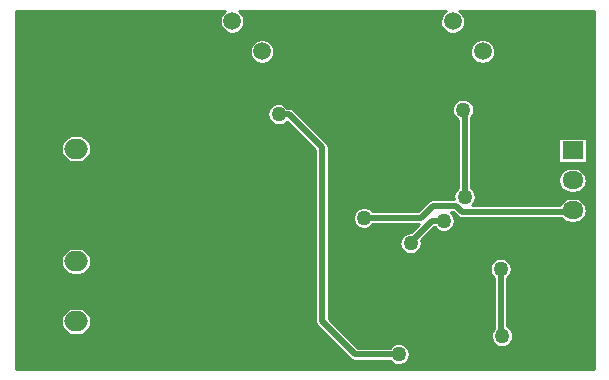
<source format=gbl>
%FSLAX25Y25*%
%MOIN*%
G70*
G01*
G75*
%ADD10C,0.01000*%
%ADD11R,0.06693X0.03937*%
%ADD12O,0.08661X0.02362*%
%ADD13R,0.13465X0.04921*%
%ADD14R,0.08661X0.02362*%
%ADD15R,0.01969X0.07087*%
%ADD16O,0.07087X0.11811*%
%ADD17R,0.01969X0.04724*%
%ADD18R,0.06693X0.09843*%
%ADD19R,0.08000X0.06693*%
%ADD20R,0.03937X0.06693*%
%ADD21R,0.05118X0.03937*%
%ADD22R,0.03150X0.03543*%
%ADD23R,0.03543X0.03150*%
%ADD24C,0.04000*%
%ADD25C,0.02000*%
%ADD26C,0.01500*%
%ADD27O,0.07874X0.06693*%
%ADD28C,0.05906*%
%ADD29O,0.07087X0.05906*%
%ADD30R,0.07087X0.05906*%
%ADD31C,0.05000*%
D10*
X940247Y774428D02*
X939235Y774314D01*
X938274Y773977D01*
X937412Y773436D01*
X936692Y772716D01*
X936150Y771854D01*
X935814Y770893D01*
X935700Y769881D01*
X935814Y768869D01*
X936150Y767908D01*
X936692Y767046D01*
X937412Y766327D01*
X938274Y765785D01*
X939235Y765449D01*
X940247Y765335D01*
Y794428D02*
X939235Y794314D01*
X938274Y793977D01*
X937412Y793436D01*
X936692Y792716D01*
X936150Y791854D01*
X935814Y790893D01*
X935700Y789881D01*
X935814Y788869D01*
X936150Y787909D01*
X936692Y787046D01*
X937412Y786327D01*
X938274Y785785D01*
X939235Y785449D01*
X940247Y785335D01*
X941428Y765335D02*
X942439Y765449D01*
X943400Y765785D01*
X944263Y766327D01*
X944982Y767046D01*
X945524Y767908D01*
X945860Y768869D01*
X945974Y769881D01*
X945860Y770893D01*
X945524Y771854D01*
X944982Y772716D01*
X944263Y773436D01*
X943400Y773977D01*
X942439Y774314D01*
X941428Y774428D01*
Y785335D02*
X942439Y785449D01*
X943400Y785785D01*
X944263Y786327D01*
X944982Y787046D01*
X945524Y787909D01*
X945860Y788869D01*
X945974Y789881D01*
X945860Y790893D01*
X945524Y791854D01*
X944982Y792716D01*
X944263Y793436D01*
X943400Y793977D01*
X942439Y794314D01*
X941428Y794428D01*
X1020637Y769881D02*
X1020805Y769039D01*
X1021282Y768326D01*
X1020637Y769881D02*
X1020806Y769037D01*
X1021286Y768322D01*
X940247Y831928D02*
X939235Y831814D01*
X938274Y831477D01*
X937412Y830936D01*
X936692Y830216D01*
X936150Y829354D01*
X935814Y828393D01*
X935700Y827381D01*
X935814Y826369D01*
X936150Y825408D01*
X936692Y824546D01*
X937412Y823827D01*
X938274Y823285D01*
X939235Y822949D01*
X940247Y822835D01*
X941428D02*
X942439Y822949D01*
X943400Y823285D01*
X944263Y823827D01*
X944982Y824546D01*
X945524Y825408D01*
X945860Y826369D01*
X945974Y827381D01*
X945860Y828393D01*
X945524Y829354D01*
X944982Y830216D01*
X944263Y830936D01*
X943400Y831477D01*
X942439Y831814D01*
X941428Y831928D01*
X1011312Y841081D02*
X1010605Y841804D01*
X1009729Y842309D01*
X1008749Y842558D01*
X1007738Y842532D01*
X1006772Y842233D01*
X1005922Y841684D01*
X1005254Y840926D01*
X1004815Y840014D01*
X1004640Y839019D01*
X1004741Y838012D01*
X1005110Y837071D01*
X1005721Y836265D01*
X1006527Y835654D01*
X1007469Y835285D01*
X1008475Y835184D01*
X1009471Y835359D01*
X1010382Y835798D01*
X1011141Y836466D01*
X1013393Y840437D02*
X1012679Y840914D01*
X1011837Y841081D01*
X1013397Y840433D02*
X1012682Y840913D01*
X1011837Y841081D01*
X990602Y873381D02*
X989824Y872738D01*
X989223Y871926D01*
X988836Y870994D01*
X988686Y869995D01*
X988781Y868990D01*
X989116Y868037D01*
X989672Y867194D01*
X990414Y866509D01*
X991299Y866024D01*
X992276Y865767D01*
X993286Y865753D01*
X994269Y865983D01*
X995167Y866444D01*
X995928Y867108D01*
X996506Y867936D01*
X996867Y868879D01*
X996990Y869881D01*
Y869881D02*
X996860Y870911D01*
X996479Y871877D01*
X995870Y872717D01*
X995072Y873381D01*
X1006990Y859881D02*
X1006869Y860875D01*
X1006514Y861811D01*
X1005946Y862635D01*
X1005196Y863299D01*
X1004310Y863764D01*
X1003338Y864004D01*
X1002337D01*
X1001365Y863764D01*
X1000478Y863299D01*
X999729Y862635D01*
X999160Y861811D01*
X998805Y860875D01*
X998685Y859881D01*
X998805Y858887D01*
X999160Y857951D01*
X999729Y857127D01*
X1000478Y856464D01*
X1001365Y855998D01*
X1002337Y855759D01*
X1003338D01*
X1004310Y855998D01*
X1005196Y856464D01*
X1005946Y857127D01*
X1006514Y857951D01*
X1006869Y858887D01*
X1006990Y859881D01*
X1025037Y827881D02*
X1024869Y828726D01*
X1024389Y829441D01*
X1025037Y827881D02*
X1024870Y828723D01*
X1024393Y829437D01*
X1032278Y757329D02*
X1032993Y756850D01*
X1033837Y756681D01*
X1032282Y757326D02*
X1032995Y756849D01*
X1033837Y756681D01*
X1045362D02*
X1046081Y755948D01*
X1046974Y755442D01*
X1047971Y755199D01*
X1048997Y755240D01*
X1049972Y755562D01*
X1050821Y756139D01*
X1051479Y756926D01*
X1051895Y757865D01*
X1052037Y758881D01*
X1051895Y759898D01*
X1051479Y760836D01*
X1050821Y761624D01*
X1049972Y762200D01*
X1048997Y762522D01*
X1047971Y762563D01*
X1046974Y762321D01*
X1046081Y761814D01*
X1045362Y761081D01*
X1052414Y799569D02*
X1051451Y799459D01*
X1050549Y799102D01*
X1049771Y798523D01*
X1049170Y797763D01*
X1048787Y796872D01*
X1048649Y795912D01*
X1048765Y794950D01*
X1049127Y794051D01*
X1049710Y793276D01*
X1050474Y792679D01*
X1051367Y792302D01*
X1052328Y792169D01*
X1053289Y792291D01*
X1054187Y792658D01*
X1054958Y793245D01*
X1055550Y794013D01*
X1055922Y794908D01*
X1056049Y795869D01*
X1055917Y796849D01*
X1039812Y806581D02*
X1039136Y807280D01*
X1038301Y807779D01*
X1037365Y808043D01*
X1036392Y808054D01*
X1035450Y807811D01*
X1034604Y807331D01*
X1033912Y806647D01*
X1033423Y805807D01*
X1033169Y804867D01*
Y803895D01*
X1033423Y802956D01*
X1033912Y802115D01*
X1034604Y801431D01*
X1035450Y800951D01*
X1036392Y800708D01*
X1037365Y800719D01*
X1038301Y800983D01*
X1039136Y801482D01*
X1039812Y802181D01*
X1060362Y801181D02*
X1061081Y800449D01*
X1061974Y799941D01*
X1062971Y799699D01*
X1063997Y799740D01*
X1064972Y800062D01*
X1065821Y800638D01*
X1066479Y801426D01*
X1066895Y802365D01*
X1067037Y803381D01*
X1066887Y804425D01*
X1066448Y805385D01*
X1065756Y806181D01*
X1067782Y804825D02*
X1068495Y804349D01*
X1069337Y804181D01*
X1067778Y804829D02*
X1068493Y804350D01*
X1069337Y804181D01*
X1080137Y767411D02*
X1079546Y766572D01*
X1079208Y765603D01*
X1079150Y764579D01*
X1079374Y763578D01*
X1079865Y762677D01*
X1080585Y761946D01*
X1081477Y761440D01*
X1082474Y761199D01*
X1083499Y761241D01*
X1084474Y761563D01*
X1085322Y762140D01*
X1085979Y762927D01*
X1086395Y763865D01*
X1086537Y764881D01*
X1080137Y767411D02*
X1079546Y766572D01*
X1079208Y765603D01*
X1079150Y764579D01*
X1079374Y763578D01*
X1079865Y762677D01*
X1080585Y761946D01*
X1081477Y761440D01*
X1082474Y761199D01*
X1083499Y761241D01*
X1084474Y761563D01*
X1085322Y762140D01*
X1085979Y762927D01*
X1086395Y763865D01*
X1086537Y764881D01*
X1086400Y765880D01*
X1085998Y766805D01*
X1085361Y767587D01*
X1084537Y768167D01*
X1086537Y764881D02*
X1086400Y765880D01*
X1085998Y766805D01*
X1085361Y767587D01*
X1084537Y768167D01*
Y784406D02*
X1085343Y785223D01*
X1085859Y786248D01*
X1086037Y787381D01*
X1085902Y788374D01*
X1085504Y789294D01*
X1084875Y790074D01*
X1084059Y790656D01*
X1083117Y790998D01*
X1082117Y791075D01*
X1081134Y790880D01*
X1080239Y790429D01*
X1079498Y789754D01*
X1078966Y788905D01*
X1078680Y787944D01*
X1078663Y786942D01*
X1078916Y785972D01*
X1079420Y785106D01*
X1080137Y784406D01*
X1102592Y804181D02*
X1103243Y803568D01*
X1104010Y803109D01*
X1104858Y802825D01*
X1105747Y802728D01*
X1106928D02*
X1107852Y802833D01*
X1108730Y803140D01*
X1109517Y803634D01*
X1110175Y804292D01*
X1110669Y805079D01*
X1110977Y805957D01*
X1111081Y806881D01*
X1059837Y810581D02*
X1058993Y810413D01*
X1058278Y809933D01*
X1059837Y810581D02*
X1058995Y810414D01*
X1058282Y809937D01*
X1073537Y840381D02*
X1073408Y841349D01*
X1073031Y842250D01*
X1072431Y843020D01*
X1071650Y843607D01*
X1070743Y843968D01*
X1069773Y844081D01*
X1068808Y843935D01*
X1067914Y843542D01*
X1067154Y842929D01*
X1066581Y842138D01*
X1066235Y841225D01*
X1066140Y840253D01*
X1066302Y839290D01*
X1066710Y838403D01*
X1067337Y837654D01*
X1068137Y837095D01*
X1072756Y808581D02*
X1073448Y809377D01*
X1073887Y810337D01*
X1074037Y811381D01*
X1068137Y814356D02*
X1067383Y813609D01*
X1066872Y812678D01*
X1066646Y811640D01*
X1066725Y810581D01*
X1074037Y811381D02*
X1073859Y812515D01*
X1073343Y813539D01*
X1072537Y814356D01*
X1080490Y859881D02*
X1080369Y860875D01*
X1080014Y861811D01*
X1079446Y862635D01*
X1078696Y863299D01*
X1077810Y863764D01*
X1076838Y864004D01*
X1075837D01*
X1074865Y863764D01*
X1073978Y863299D01*
X1073229Y862635D01*
X1072660Y861811D01*
X1072305Y860875D01*
X1072184Y859881D01*
X1072305Y858887D01*
X1072660Y857951D01*
X1073229Y857127D01*
X1073978Y856464D01*
X1074865Y855998D01*
X1075837Y855759D01*
X1076838D01*
X1077810Y855998D01*
X1078696Y856464D01*
X1079446Y857127D01*
X1080014Y857951D01*
X1080369Y858887D01*
X1080490Y859881D01*
X1072537Y837851D02*
X1073081Y838601D01*
X1073421Y839462D01*
X1073537Y840381D01*
X1064102Y873381D02*
X1063324Y872738D01*
X1062723Y871926D01*
X1062336Y870994D01*
X1062186Y869995D01*
X1062281Y868990D01*
X1062616Y868037D01*
X1063171Y867194D01*
X1063914Y866509D01*
X1064799Y866024D01*
X1065776Y865767D01*
X1066786Y865753D01*
X1067769Y865983D01*
X1068667Y866444D01*
X1069428Y867108D01*
X1070006Y867936D01*
X1070367Y868879D01*
X1070490Y869881D01*
Y869881D02*
X1070360Y870911D01*
X1069979Y871877D01*
X1069370Y872717D01*
X1068572Y873381D01*
X1105747Y811034D02*
X1104801Y810925D01*
X1103905Y810603D01*
X1103105Y810085D01*
X1102445Y809400D01*
X1101958Y808581D01*
X1105747Y821034D02*
X1104753Y820913D01*
X1103817Y820558D01*
X1102993Y819989D01*
X1102329Y819240D01*
X1101864Y818354D01*
X1101624Y817382D01*
Y816381D01*
X1101864Y815409D01*
X1102329Y814522D01*
X1102993Y813773D01*
X1103817Y813204D01*
X1104753Y812849D01*
X1105747Y812728D01*
X1111081Y806881D02*
X1110977Y807805D01*
X1110669Y808683D01*
X1110175Y809470D01*
X1109517Y810128D01*
X1108730Y810623D01*
X1107852Y810930D01*
X1106928Y811034D01*
Y812728D02*
X1107852Y812833D01*
X1108730Y813140D01*
X1109517Y813634D01*
X1110175Y814292D01*
X1110669Y815079D01*
X1110977Y815957D01*
X1111081Y816881D01*
X1110977Y817805D01*
X1110669Y818683D01*
X1110175Y819470D01*
X1109517Y820128D01*
X1108730Y820623D01*
X1107852Y820930D01*
X1106928Y821034D01*
X920837Y768381D02*
X935955D01*
X935937Y753831D02*
Y768432D01*
X920837Y769281D02*
X935740D01*
X920837Y770181D02*
X935710D01*
X920837Y771081D02*
X935861D01*
X920837Y753831D02*
Y873431D01*
X921537Y753831D02*
Y873381D01*
X920837Y765681D02*
X938506D01*
X920837Y766581D02*
X937119D01*
X936837Y753831D02*
Y766874D01*
X920837Y767481D02*
X936385D01*
X920837Y771981D02*
X936214D01*
X920837Y772881D02*
X936831D01*
X935937Y771330D02*
Y788432D01*
X920837Y787281D02*
X936517D01*
X920837Y788181D02*
X936030D01*
X920837Y789081D02*
X935771D01*
X920837Y789981D02*
X935701D01*
X920837Y790881D02*
X935812D01*
X935937Y791330D02*
Y825932D01*
X920837Y791781D02*
X936116D01*
X920837Y773781D02*
X937910D01*
X920837Y785481D02*
X939102D01*
X936837Y772889D02*
Y786873D01*
X920837Y786381D02*
X937345D01*
X920837Y792681D02*
X936665D01*
X920837Y793581D02*
X937605D01*
X936837Y792889D02*
Y824374D01*
X939537Y753831D02*
Y765390D01*
X940437Y753831D02*
Y765335D01*
X941337Y753831D02*
Y765335D01*
X937737Y753831D02*
Y766090D01*
X938637Y753831D02*
Y765629D01*
X942237Y753831D02*
Y765407D01*
X940247Y765335D02*
X941428D01*
X943137Y753831D02*
Y765668D01*
X944037Y753831D02*
Y766158D01*
X944937Y753831D02*
Y766991D01*
X945837Y753831D02*
Y768773D01*
Y770989D02*
Y788773D01*
X944937Y772772D02*
Y786991D01*
X939537Y774372D02*
Y785390D01*
X940247Y774428D02*
X941428D01*
X940437D02*
Y785335D01*
X937737Y773672D02*
Y786090D01*
X938637Y774133D02*
Y785629D01*
X941337Y774428D02*
Y785335D01*
X940247D02*
X941428D01*
X942237Y774355D02*
Y785407D01*
X944037Y773604D02*
Y786158D01*
X943137Y774094D02*
Y785668D01*
X944037Y793604D02*
Y823658D01*
X945837Y790989D02*
Y826273D01*
X944937Y792771D02*
Y824491D01*
X922437Y753831D02*
Y873381D01*
X923337Y753831D02*
Y873381D01*
X924237Y753831D02*
Y873381D01*
X925137Y753831D02*
Y873381D01*
X926037Y753831D02*
Y873381D01*
X926937Y753831D02*
Y873381D01*
X927837Y753831D02*
Y873381D01*
X928737Y753831D02*
Y873381D01*
X929637Y753831D02*
Y873381D01*
X930537Y753831D02*
Y873381D01*
X931437Y753831D02*
Y873381D01*
X932337Y753831D02*
Y873381D01*
X933237Y753831D02*
Y873381D01*
X934137Y753831D02*
Y873381D01*
X935037Y753831D02*
Y873381D01*
X946737Y753831D02*
Y873381D01*
X947637Y753831D02*
Y873381D01*
X948537Y753831D02*
Y873381D01*
X949437Y753831D02*
Y873381D01*
X950337Y753831D02*
Y873381D01*
X951237Y753831D02*
Y873381D01*
X952137Y753831D02*
Y873381D01*
X953037Y753831D02*
Y873381D01*
X953937Y753831D02*
Y873381D01*
X954837Y753831D02*
Y873381D01*
X955737Y753831D02*
Y873381D01*
X956637Y753831D02*
Y873381D01*
X957537Y753831D02*
Y873381D01*
X958437Y753831D02*
Y873381D01*
X959337Y753831D02*
Y873381D01*
X960237Y753831D02*
Y873381D01*
X961137Y753831D02*
Y873381D01*
X962037Y753831D02*
Y873381D01*
X962937Y753831D02*
Y873381D01*
X963837Y753831D02*
Y873381D01*
X964737Y753831D02*
Y873381D01*
X965637Y753831D02*
Y873381D01*
X966537Y753831D02*
Y873381D01*
X967437Y753831D02*
Y873381D01*
X968337Y753831D02*
Y873381D01*
X969237Y753831D02*
Y873381D01*
X970137Y753831D02*
Y873381D01*
X971037Y753831D02*
Y873381D01*
X971937Y753831D02*
Y873381D01*
X972837Y753831D02*
Y873381D01*
X973737Y753831D02*
Y873381D01*
X974637Y753831D02*
Y873381D01*
X975537Y753831D02*
Y873381D01*
X976437Y753831D02*
Y873381D01*
X977337Y753831D02*
Y873381D01*
X978237Y753831D02*
Y873381D01*
X979137Y753831D02*
Y873381D01*
X980037Y753831D02*
Y873381D01*
X980937Y753831D02*
Y873381D01*
X981837Y753831D02*
Y873381D01*
X982737Y753831D02*
Y873381D01*
X983637Y753831D02*
Y873381D01*
X984537Y753831D02*
Y873381D01*
X985437Y753831D02*
Y873381D01*
X986337Y753831D02*
Y873381D01*
X987237Y753831D02*
Y873381D01*
X920837Y760281D02*
X1029326D01*
X920837Y761181D02*
X1028426D01*
X920837Y762081D02*
X1027526D01*
X920837Y762981D02*
X1026626D01*
X920837Y763881D02*
X1025726D01*
X920837Y764781D02*
X1024826D01*
X943169Y765681D02*
X1023926D01*
X920837Y753831D02*
X1113387D01*
X920837Y753981D02*
X1113387D01*
X920837Y754881D02*
X1113387D01*
X920837Y755781D02*
X1046317D01*
X920837Y756681D02*
X1033837D01*
X920837Y757581D02*
X1032026D01*
X920837Y758481D02*
X1031126D01*
X920837Y759381D02*
X1030226D01*
X920837Y774681D02*
X1020637D01*
X944844Y772881D02*
X1020637D01*
X943765Y773781D02*
X1020637D01*
X920837Y775581D02*
X1020637D01*
X920837Y776481D02*
X1020637D01*
X920837Y777381D02*
X1020637D01*
X920837Y778281D02*
X1020637D01*
X920837Y779181D02*
X1020637D01*
X920837Y780081D02*
X1020637D01*
X944555Y766581D02*
X1023026D01*
X920837Y780981D02*
X1020637D01*
X920837Y781881D02*
X1020637D01*
X920837Y782781D02*
X1020637D01*
X920837Y783681D02*
X1020637D01*
X920837Y784581D02*
X1020637D01*
X945720Y768381D02*
X1021228D01*
X1021437Y753831D02*
Y768170D01*
X945934Y769281D02*
X1020721D01*
X945964Y770181D02*
X1020637D01*
X945813Y771081D02*
X1020637D01*
X1022337Y753831D02*
Y767270D01*
X1023237Y753831D02*
Y766370D01*
X1024137Y753831D02*
Y765470D01*
X1025037Y753831D02*
Y764570D01*
X1021286Y768322D02*
X1032278Y757329D01*
X945289Y767481D02*
X1022126D01*
X1025037Y770792D02*
X1034748Y761081D01*
X1025648Y770181D02*
X1080137D01*
X1025037Y771081D02*
X1080137D01*
X945460Y771981D02*
X1020637D01*
X1025037D02*
X1080137D01*
X1025037Y772881D02*
X1080137D01*
X1025037Y773781D02*
X1080137D01*
X1025037Y774681D02*
X1080137D01*
X1025037Y775581D02*
X1080137D01*
X1025037Y776481D02*
X1080137D01*
X1025037Y777381D02*
X1080137D01*
X1025037Y778281D02*
X1080137D01*
X1025037Y779181D02*
X1080137D01*
X1025037Y780081D02*
X1080137D01*
X1025037Y780981D02*
X1080137D01*
X1025037Y781881D02*
X1080137D01*
X1025037Y782781D02*
X1080137D01*
X1025037Y783681D02*
X1080137D01*
X991737Y753831D02*
Y865877D01*
X992637Y753831D02*
Y865733D01*
X993537Y753831D02*
Y865788D01*
X988137Y753831D02*
Y873381D01*
X989037Y753831D02*
Y868206D01*
X989937Y753831D02*
Y866909D01*
X990837Y753831D02*
Y866242D01*
X994437Y753831D02*
Y866049D01*
X998937Y753831D02*
Y858454D01*
X999837Y753831D02*
Y857010D01*
X1000737Y753831D02*
Y856299D01*
X995337Y753831D02*
Y866565D01*
X996237Y753831D02*
Y867497D01*
X997137Y753831D02*
Y873381D01*
X998037Y753831D02*
Y873381D01*
X942572Y785481D02*
X1020637D01*
X1005237Y753831D02*
Y836861D01*
X944330Y786381D02*
X1020637D01*
X1001637Y753831D02*
Y855906D01*
X1002537Y753831D02*
Y855739D01*
X1003437Y753831D02*
Y855772D01*
X1004337Y753831D02*
Y856009D01*
X945158Y787281D02*
X1020637D01*
X945644Y788181D02*
X1020637D01*
X945903Y789081D02*
X1020637D01*
X945973Y789981D02*
X1020637D01*
X945010Y792681D02*
X1020637D01*
X944070Y793581D02*
X1020637D01*
X945863Y790881D02*
X1020637D01*
X945558Y791781D02*
X1020637D01*
X1007037Y753831D02*
Y835417D01*
X1007937Y753831D02*
Y835203D01*
X1008837Y753831D02*
Y835215D01*
X1006137Y753831D02*
Y835906D01*
X1009737Y753831D02*
Y835456D01*
X1010637Y753831D02*
Y835983D01*
X1011537Y753831D02*
Y836070D01*
X1016037Y753831D02*
Y831570D01*
X1016937Y753831D02*
Y830670D01*
X1017837Y753831D02*
Y829770D01*
X1018737Y753831D02*
Y828870D01*
X1012437Y753831D02*
Y835170D01*
X1013337Y753831D02*
Y834270D01*
X1014237Y753831D02*
Y833370D01*
X1015137Y753831D02*
Y832470D01*
X1020537Y753831D02*
Y827070D01*
X1020637Y769881D02*
Y826970D01*
X1025037Y787281D02*
X1078639D01*
X1025037Y792681D02*
X1050471D01*
X1019637Y753831D02*
Y827970D01*
X1025037Y770792D02*
Y827881D01*
X1025937Y769892D02*
Y873381D01*
X1025037Y770792D02*
Y827881D01*
Y784581D02*
X1079919D01*
X1025037Y785481D02*
X1079162D01*
X1025037Y786381D02*
X1078775D01*
X1025037Y788181D02*
X1078725D01*
X1025037Y789081D02*
X1079051D01*
X1025037Y789981D02*
X1079705D01*
X1025037Y790881D02*
X1081137D01*
X1025037Y791781D02*
X1113387D01*
X920837Y794481D02*
X1020637D01*
X920837Y795381D02*
X1020637D01*
X920837Y796281D02*
X1020637D01*
X920837Y797181D02*
X1020637D01*
X920837Y798081D02*
X1020637D01*
X920837Y798981D02*
X1020637D01*
X920837Y799881D02*
X1020637D01*
X920837Y800781D02*
X1020637D01*
X920837Y801681D02*
X1020637D01*
X920837Y802581D02*
X1020637D01*
X920837Y803481D02*
X1020637D01*
X920837Y804381D02*
X1020637D01*
X920837Y805281D02*
X1020637D01*
X920837Y806181D02*
X1020637D01*
X920837Y807081D02*
X1020637D01*
X920837Y824181D02*
X937017D01*
X920837Y825081D02*
X936325D01*
X920837Y825981D02*
X935921D01*
X920837Y826881D02*
X935728D01*
X920837Y827781D02*
X935718D01*
X920837Y828681D02*
X935890D01*
X920837Y829581D02*
X936268D01*
X920837Y823281D02*
X938282D01*
X920837Y830481D02*
X936921D01*
X920837Y831381D02*
X938086D01*
X920837Y832281D02*
X1015326D01*
X920837Y833181D02*
X1014426D01*
X920837Y834081D02*
X1013526D01*
X920837Y834981D02*
X1012626D01*
X920837Y835881D02*
X1006172D01*
X938637Y794133D02*
Y823129D01*
X939537Y794372D02*
Y822890D01*
X940247Y794428D02*
X941428D01*
X937737Y793672D02*
Y823590D01*
X940437Y794428D02*
Y822835D01*
X941337Y794428D02*
Y822835D01*
X940247D02*
X941428D01*
X943137Y794094D02*
Y823168D01*
X942237Y794355D02*
Y822907D01*
X945407Y829581D02*
X1018026D01*
X945957Y827781D02*
X1019826D01*
X945784Y828681D02*
X1018926D01*
X920837Y836781D02*
X1005291D01*
X920837Y837681D02*
X1004837D01*
X940247Y831928D02*
X941428D01*
X920837Y838581D02*
X1004650D01*
X920837Y839481D02*
X1004686D01*
X920837Y840381D02*
X1004955D01*
X920837Y841281D02*
X1005521D01*
X920837Y856581D02*
X1000316D01*
X944753Y830481D02*
X1017126D01*
X943589Y831381D02*
X1016226D01*
X1010503Y835881D02*
X1011726D01*
X1011312Y841081D02*
X1011837D01*
X920837Y842181D02*
X1006664D01*
X935937Y828830D02*
Y873381D01*
X936837Y830389D02*
Y873381D01*
X937737Y831172D02*
Y873381D01*
X938637Y831633D02*
Y873381D01*
X939537Y831872D02*
Y873381D01*
X940437Y831928D02*
Y873381D01*
X941337Y831928D02*
Y873381D01*
X920837Y857481D02*
X999448D01*
X920837Y858381D02*
X998965D01*
X942237Y831855D02*
Y873381D01*
X920837Y859281D02*
X998728D01*
X944037Y831104D02*
Y873381D01*
X943137Y831594D02*
Y873381D01*
X945837Y828489D02*
Y873381D01*
X944937Y830272D02*
Y873381D01*
X920837Y867381D02*
X989521D01*
X920837Y868281D02*
X989005D01*
X920837Y869181D02*
X988744D01*
X920837Y870081D02*
X988689D01*
X920837Y870981D02*
X988833D01*
X920837Y871881D02*
X989198D01*
X920837Y872781D02*
X989865D01*
X920837Y860181D02*
X998695D01*
X920837Y861081D02*
X998862D01*
X920837Y861981D02*
X999255D01*
X920837Y862881D02*
X999966D01*
X920837Y863781D02*
X1001411D01*
X920837Y866481D02*
X990453D01*
X920837Y873381D02*
X990602D01*
X1005237Y840901D02*
Y856492D01*
X1006137Y841856D02*
Y857360D01*
X1007037Y842345D02*
Y873381D01*
X1010637Y841779D02*
Y873381D01*
X1009737Y842306D02*
Y873381D01*
X1011537Y841081D02*
Y873381D01*
X1012437Y840998D02*
Y873381D01*
X1014237Y839592D02*
Y873381D01*
X1013337Y840491D02*
Y873381D01*
X1016037Y837792D02*
Y873381D01*
X1015137Y838692D02*
Y873381D01*
X1017837Y835992D02*
Y873381D01*
X1016937Y836892D02*
Y873381D01*
X1019637Y834192D02*
Y873381D01*
X1018737Y835092D02*
Y873381D01*
X989037Y871556D02*
Y873381D01*
X989937Y872853D02*
Y873381D01*
X996237Y872266D02*
Y873381D01*
X998937Y861308D02*
Y873381D01*
X999837Y862753D02*
Y873381D01*
X1000737Y863464D02*
Y873381D01*
X1001637Y863857D02*
Y873381D01*
X1002537Y864023D02*
Y873381D01*
X1004337Y863754D02*
Y873381D01*
X1003437Y863990D02*
Y873381D01*
X1006137Y862402D02*
Y873381D01*
X1005237Y863270D02*
Y873381D01*
X1007937Y842559D02*
Y873381D01*
X1008837Y842547D02*
Y873381D01*
X920837Y807981D02*
X1020637D01*
X920837Y808881D02*
X1020637D01*
X920837Y809781D02*
X1020637D01*
X920837Y810681D02*
X1020637D01*
X920837Y811581D02*
X1020637D01*
X920837Y812481D02*
X1020637D01*
X920837Y813381D02*
X1020637D01*
X1025037Y793581D02*
X1049442D01*
X1025037Y794481D02*
X1048919D01*
X1025037Y795381D02*
X1048681D01*
X1025037Y796281D02*
X1048672D01*
X1025037Y797181D02*
X1048889D01*
X1025037Y798081D02*
X1049383D01*
X1025037Y798981D02*
X1050347D01*
X1025037Y799881D02*
X1052726D01*
X920837Y814281D02*
X1020637D01*
X920837Y815181D02*
X1020637D01*
X920837Y816081D02*
X1020637D01*
X920837Y816981D02*
X1020637D01*
X920837Y817881D02*
X1020637D01*
X920837Y818781D02*
X1020637D01*
X920837Y819681D02*
X1020637D01*
X920837Y820581D02*
X1020637D01*
X920837Y821481D02*
X1020637D01*
X920837Y822381D02*
X1020637D01*
X943393Y823281D02*
X1020637D01*
X944657Y824181D02*
X1020637D01*
X945350Y825081D02*
X1020637D01*
X945753Y825981D02*
X1020637D01*
X945947Y826881D02*
X1020637D01*
X1025037Y801681D02*
X1034307D01*
X1025037Y802581D02*
X1033605D01*
X1025037Y803481D02*
X1033248D01*
X1025037Y804381D02*
X1033137D01*
X1025037Y805281D02*
X1033248D01*
X1025037Y806181D02*
X1033605D01*
X1025037Y807081D02*
X1034307D01*
X1025037Y800781D02*
X1035983D01*
X1025037Y807981D02*
X1035983D01*
X1025037Y808881D02*
X1057226D01*
X1025037Y809781D02*
X1058126D01*
X1025037Y810681D02*
X1066704D01*
X1025037Y811581D02*
X1066643D01*
X1025037Y812481D02*
X1066805D01*
X1025037Y813381D02*
X1067224D01*
X1025037Y814281D02*
X1068040D01*
X1025037Y815181D02*
X1068137D01*
X1025037Y816081D02*
X1068137D01*
X1025037Y816981D02*
X1068137D01*
X1025037Y817881D02*
X1068137D01*
X1025037Y818781D02*
X1068137D01*
X1025037Y819681D02*
X1068137D01*
X1025037Y820581D02*
X1068137D01*
X1025037Y821481D02*
X1068137D01*
X1025037Y822381D02*
X1068137D01*
X1025037Y823281D02*
X1068137D01*
X1025037Y824181D02*
X1068137D01*
X1025037Y825081D02*
X1068137D01*
X1025037Y825981D02*
X1068137D01*
X1025037Y826881D02*
X1068137D01*
X1025037Y827781D02*
X1068137D01*
X920837Y843081D02*
X1067307D01*
X920837Y843981D02*
X1068983D01*
X920837Y844881D02*
X1113387D01*
X920837Y845781D02*
X1113387D01*
X920837Y846681D02*
X1113387D01*
X920837Y847581D02*
X1113387D01*
X920837Y848481D02*
X1113387D01*
X920837Y849381D02*
X1113387D01*
X920837Y850281D02*
X1113387D01*
X920837Y851181D02*
X1113387D01*
X920837Y852081D02*
X1113387D01*
X920837Y852981D02*
X1113387D01*
X920837Y853881D02*
X1113387D01*
X920837Y854781D02*
X1113387D01*
X920837Y855681D02*
X1113387D01*
X996153Y867381D02*
X1063021D01*
X996669Y868281D02*
X1062505D01*
X996931Y869181D02*
X1062244D01*
X996477Y871881D02*
X1062698D01*
X995810Y872781D02*
X1063365D01*
X996985Y870081D02*
X1062189D01*
X996842Y870981D02*
X1062333D01*
X1005358Y856581D02*
X1073816D01*
X1004264Y863781D02*
X1074911D01*
X1006226Y857481D02*
X1072948D01*
X1005709Y862881D02*
X1073466D01*
X920837Y864681D02*
X1113387D01*
X920837Y865581D02*
X1113387D01*
X995222Y866481D02*
X1063953D01*
X995072Y873381D02*
X1064102D01*
X1011141Y836466D02*
X1020637Y826970D01*
X1013397Y840433D02*
X1024389Y829441D01*
X1022337Y831492D02*
Y873381D01*
X1021437Y832392D02*
Y873381D01*
X1024137Y829692D02*
Y873381D01*
X1023237Y830592D02*
Y873381D01*
X1023349Y830481D02*
X1068137D01*
X1024887Y828681D02*
X1068137D01*
X1024249Y829581D02*
X1068137D01*
X1021548Y832281D02*
X1068137D01*
X1020648Y833181D02*
X1068137D01*
X1025037Y827881D02*
Y873381D01*
X1022449Y831381D02*
X1068137D01*
X1015248Y838581D02*
X1066605D01*
X1014349Y839481D02*
X1066248D01*
X1019748Y834081D02*
X1068137D01*
X1016148Y837681D02*
X1067307D01*
X1011153Y841281D02*
X1066248D01*
X1010011Y842181D02*
X1066605D01*
X1020537Y833292D02*
Y873381D01*
X1013449Y840381D02*
X1066137D01*
X1017048Y836781D02*
X1068137D01*
X1006710Y858381D02*
X1072465D01*
X1018849Y834981D02*
X1068137D01*
X1017949Y835881D02*
X1068137D01*
X1006946Y859281D02*
X1072228D01*
X1006420Y861981D02*
X1072755D01*
X1006979Y860181D02*
X1072195D01*
X1006813Y861081D02*
X1072362D01*
X1029537Y753831D02*
Y760070D01*
X1030437Y753831D02*
Y759170D01*
X1031337Y753831D02*
Y758270D01*
X1025937Y753831D02*
Y763670D01*
X1026837Y753831D02*
Y762770D01*
X1027737Y753831D02*
Y761870D01*
X1028637Y753831D02*
Y760970D01*
X1033137Y753831D02*
Y756795D01*
X1034037Y753831D02*
Y756681D01*
X1034937Y753831D02*
Y756681D01*
X1035837Y753831D02*
Y756681D01*
X1032237Y753831D02*
Y757370D01*
X1036737Y753831D02*
Y756681D01*
X1037637Y753831D02*
Y756681D01*
X1038537Y753831D02*
Y756681D01*
X1039437Y753831D02*
Y756681D01*
X1040337Y753831D02*
Y756681D01*
X1041237Y753831D02*
Y756681D01*
X1042137Y753831D02*
Y756681D01*
X1043037Y753831D02*
Y756681D01*
X1033837D02*
X1045362D01*
X1033837D02*
X1045362D01*
X1043937Y753831D02*
Y756681D01*
X1034748Y761081D02*
X1045362D01*
X1031048Y764781D02*
X1079139D01*
X1030149Y765681D02*
X1079225D01*
X1034649Y761181D02*
X1045439D01*
X1033749Y762081D02*
X1046480D01*
X1047537Y753831D02*
Y755269D01*
X1048437Y753831D02*
Y755183D01*
X1049337Y753831D02*
Y755319D01*
X1044837Y753831D02*
Y756681D01*
X1045737Y753831D02*
Y756249D01*
X1046637Y753831D02*
Y755595D01*
X1050237Y753831D02*
Y755706D01*
X1051137Y753831D02*
Y756462D01*
X1052037Y753831D02*
Y758881D01*
X1052937Y753831D02*
Y792216D01*
X1053837Y753831D02*
Y792482D01*
X1054737Y753831D02*
Y793043D01*
X1055637Y753831D02*
Y794173D01*
X1056537Y753831D02*
Y797470D01*
X1057437Y753831D02*
Y798370D01*
X1052037Y758881D02*
Y792182D01*
X1049337Y762443D02*
Y793720D01*
X1051137Y761300D02*
Y792373D01*
X1050237Y762056D02*
Y792831D01*
X1058337Y753831D02*
Y799270D01*
X1079037Y753831D02*
Y785708D01*
X1058949Y799881D02*
X1062137D01*
X1059237Y753831D02*
Y800170D01*
X1062837Y753831D02*
Y799715D01*
X1063737Y753831D02*
Y799703D01*
X1064637Y753831D02*
Y799917D01*
X1035837Y761081D02*
Y800819D01*
X1036737Y761081D02*
Y800683D01*
X1037637Y761081D02*
Y800769D01*
X1034937Y761081D02*
Y801206D01*
X1034037Y761792D02*
Y801962D01*
X1038537Y761081D02*
Y801095D01*
X1039437Y761081D02*
Y801749D01*
X1040337Y761081D02*
Y802181D01*
X1041237Y761081D02*
Y802181D01*
X1042137Y761081D02*
Y802181D01*
X1043037Y761081D02*
Y802181D01*
X1043937Y761081D02*
Y802181D01*
X1044837Y761081D02*
Y802181D01*
X1045737Y761514D02*
Y802181D01*
X1046637Y762168D02*
Y802181D01*
X1026837Y768992D02*
Y873381D01*
X1028637Y767192D02*
Y873381D01*
X1027737Y768092D02*
Y873381D01*
X1030437Y765392D02*
Y873381D01*
X1029537Y766292D02*
Y873381D01*
X1032237Y763592D02*
Y873381D01*
X1031337Y764492D02*
Y873381D01*
X1037692Y800781D02*
X1053626D01*
X1039367Y801681D02*
X1054526D01*
X1047537Y762494D02*
Y802181D01*
X1048437Y762580D02*
Y802181D01*
X1033137Y762692D02*
Y804381D01*
X1049337Y798019D02*
Y802181D01*
X1039812D02*
X1055026D01*
X1061037Y753831D02*
Y800483D01*
X1061937Y753831D02*
Y799956D01*
X1065537Y753831D02*
Y800406D01*
X1060137Y753831D02*
Y801070D01*
X1066437Y753831D02*
Y801361D01*
X1067337Y753831D02*
Y805270D01*
X1068237Y753831D02*
Y804476D01*
X1069137Y753831D02*
Y804190D01*
X1070037Y753831D02*
Y804181D01*
X1070937Y753831D02*
Y804181D01*
X1071837Y753831D02*
Y804181D01*
X1072737Y753831D02*
Y804181D01*
X1073637Y753831D02*
Y804181D01*
X1074537Y753831D02*
Y804181D01*
X1075437Y753831D02*
Y804181D01*
X1050237Y798907D02*
Y802181D01*
X1051137Y799365D02*
Y802181D01*
X1055917Y796849D02*
X1060248Y801181D01*
X1059848Y800781D02*
X1060705D01*
X1052037Y799556D02*
Y802181D01*
X1052414Y799569D02*
X1055026Y802181D01*
X1052937Y800092D02*
Y802181D01*
X1053837Y800992D02*
Y802181D01*
X1076337Y753831D02*
Y804181D01*
X1077237Y753831D02*
Y804181D01*
X1078137Y753831D02*
Y804181D01*
X1079037Y789054D02*
Y804181D01*
X1051236Y761181D02*
X1082837D01*
X1081737Y753831D02*
Y761348D01*
X1082637Y753831D02*
Y761187D01*
X1079937Y753831D02*
Y762583D01*
X1080837Y753831D02*
Y761768D01*
X1083537Y753831D02*
Y761248D01*
X1084437Y753831D02*
Y761545D01*
X1050357Y755781D02*
X1113387D01*
X1051312Y756681D02*
X1113387D01*
X1051801Y757581D02*
X1113387D01*
X1052016Y758481D02*
X1113387D01*
X1052003Y759381D02*
X1113387D01*
X1051762Y760281D02*
X1113387D01*
X1029249Y766581D02*
X1079551D01*
X1032848Y762981D02*
X1079662D01*
X1031948Y763881D02*
X1079275D01*
X1028349Y767481D02*
X1080137D01*
X1027448Y768381D02*
X1080137D01*
X1079937Y767179D02*
Y784565D01*
X1080137Y767411D02*
Y784406D01*
X1082837Y761181D02*
X1113387D01*
X1050195Y762081D02*
X1080419D01*
X1084537Y768381D02*
X1113387D01*
X1026548Y769281D02*
X1080137D01*
X1084537D02*
X1113387D01*
X1084537Y770181D02*
X1113387D01*
X1085256Y762081D02*
X1113387D01*
X1085337Y753831D02*
Y762153D01*
X1086012Y762981D02*
X1113387D01*
X1085337Y767609D02*
Y785216D01*
X1084537Y768167D02*
Y784406D01*
X1086237Y753831D02*
Y763422D01*
X1086400Y763881D02*
X1113387D01*
X1086124Y766581D02*
X1113387D01*
X1085470Y767481D02*
X1113387D01*
X1086536Y764781D02*
X1113387D01*
X1086450Y765681D02*
X1113387D01*
X1084537Y771081D02*
X1113387D01*
X1084537Y771981D02*
X1113387D01*
X1084537Y772881D02*
X1113387D01*
X1084537Y773781D02*
X1113387D01*
X1084537Y774681D02*
X1113387D01*
X1084537Y775581D02*
X1113387D01*
X1084537Y776481D02*
X1113387D01*
X1084537Y777381D02*
X1113387D01*
X1084537Y778281D02*
X1113387D01*
X1084537Y779181D02*
X1113387D01*
X1084537Y780081D02*
X1113387D01*
X1084537Y780981D02*
X1113387D01*
X1084537Y781881D02*
X1113387D01*
X1084537Y782781D02*
X1113387D01*
X1084537Y783681D02*
X1113387D01*
X1084756Y784581D02*
X1113387D01*
X1085512Y785481D02*
X1113387D01*
X1085900Y786381D02*
X1113387D01*
X1086036Y787281D02*
X1113387D01*
X1079937Y790197D02*
Y804181D01*
X1080837Y790763D02*
Y804181D01*
X1081737Y791032D02*
Y804181D01*
X1084437Y790427D02*
Y804181D01*
X1082637Y791069D02*
Y804181D01*
X1086237Y766341D02*
Y804181D01*
X1085337Y789547D02*
Y804181D01*
X1084970Y789981D02*
X1113387D01*
X1085950Y788181D02*
X1113387D01*
X1085624Y789081D02*
X1113387D01*
X1087137Y753831D02*
Y804181D01*
X1088037Y753831D02*
Y804181D01*
X1088937Y753831D02*
Y804181D01*
X1089837Y753831D02*
Y804181D01*
X1054227Y792681D02*
X1113387D01*
X1083537Y790881D02*
X1113387D01*
X1055257Y793581D02*
X1113387D01*
X1055779Y794481D02*
X1113387D01*
X1056017Y795381D02*
X1113387D01*
X1083537Y790881D02*
Y804181D01*
X1067036Y803481D02*
X1103362D01*
X1056026Y796281D02*
X1113387D01*
X1056248Y797181D02*
X1113387D01*
X1057148Y798081D02*
X1113387D01*
X1058049Y798981D02*
X1113387D01*
X1064537Y799881D02*
X1113387D01*
X1065970Y800781D02*
X1113387D01*
X1066624Y801681D02*
X1113387D01*
X1066950Y802581D02*
X1113387D01*
X1090737Y753831D02*
Y804181D01*
X1091637Y753831D02*
Y804181D01*
X1092537Y753831D02*
Y804181D01*
X1093437Y753831D02*
Y804181D01*
X1094337Y753831D02*
Y804181D01*
X1095237Y753831D02*
Y804181D01*
X1096137Y753831D02*
Y804181D01*
X1097037Y753831D02*
Y804181D01*
X1097937Y753831D02*
Y804181D01*
X1098837Y753831D02*
Y804181D01*
X1103337Y753831D02*
Y803499D01*
X1099737Y753831D02*
Y804181D01*
X1100637Y753831D02*
Y804181D01*
X1101537Y753831D02*
Y804181D01*
X1102437Y753831D02*
Y804181D01*
X1105137Y753831D02*
Y802773D01*
X1105747Y802728D02*
X1106928D01*
X1106037Y753831D02*
Y802728D01*
X1106937Y753831D02*
Y802728D01*
X1104237Y753831D02*
Y803012D01*
X1107837Y753831D02*
Y802829D01*
X1108737Y753831D02*
Y803143D01*
X1109312Y803481D02*
X1113387D01*
X1109637Y753831D02*
Y803734D01*
X1110537Y753831D02*
Y804827D01*
X1111437Y753831D02*
Y873381D01*
X1112337Y753831D02*
Y873381D01*
X1113387Y753831D02*
Y873381D01*
X1113237Y753831D02*
Y873381D01*
X1033137Y804381D02*
Y873381D01*
X1034037Y806800D02*
Y873381D01*
X1039437Y807014D02*
Y873381D01*
X1040337Y806581D02*
Y873381D01*
X1041237Y806581D02*
Y873381D01*
X1042137Y806581D02*
Y873381D01*
X1043037Y806581D02*
Y873381D01*
X1065756Y806181D02*
X1066426D01*
X1065756D02*
X1066426D01*
X1066512Y805281D02*
X1067326D01*
X1066437Y805401D02*
Y806170D01*
X1039812Y806581D02*
X1054926D01*
X1039367Y807081D02*
X1055426D01*
X1066426Y806181D02*
X1067778Y804829D01*
X1054926Y806581D02*
X1058278Y809933D01*
X1034937Y807556D02*
Y873381D01*
X1037692Y807981D02*
X1056326D01*
X1035837Y807943D02*
Y873381D01*
X1036737Y808080D02*
Y873381D01*
X1038537Y807668D02*
Y873381D01*
X1037637Y807994D02*
Y873381D01*
X1059837Y810581D02*
X1066725D01*
X1066437D02*
Y838922D01*
X1062837Y810581D02*
Y867646D01*
X1063737Y810581D02*
Y866643D01*
X1064637Y810581D02*
Y866092D01*
X1065537Y810581D02*
Y865806D01*
X1066900Y804381D02*
X1068421D01*
X1073637Y808581D02*
Y809708D01*
X1067337Y813547D02*
Y837654D01*
X1073637Y813054D02*
Y856726D01*
X1068137Y814356D02*
Y837095D01*
X1075437Y808581D02*
Y855827D01*
X1076337Y808581D02*
Y855728D01*
X1077237Y808581D02*
Y855827D01*
X1074537Y808581D02*
Y856139D01*
X1078137Y808581D02*
Y856139D01*
X1079037Y808581D02*
Y856726D01*
X1079937Y808581D02*
Y857811D01*
X1072537Y814356D02*
Y837851D01*
X1066437Y841841D02*
Y865730D01*
X1072737Y814197D02*
Y838083D01*
Y842679D02*
Y857811D01*
X1067337Y843109D02*
Y865851D01*
X1068237Y843717D02*
Y866189D01*
X1069137Y844014D02*
Y866814D01*
X1070037Y844076D02*
Y867995D01*
X1072537Y816081D02*
X1101672D01*
X1072537Y816981D02*
X1101595D01*
X1072537Y817881D02*
X1101716D01*
X1072537Y823281D02*
X1101594D01*
X1072537Y824181D02*
X1101594D01*
Y822728D02*
Y831034D01*
X1043937Y806581D02*
Y873381D01*
X1044837Y806581D02*
Y873381D01*
X1045737Y806581D02*
Y873381D01*
X1046637Y806581D02*
Y873381D01*
X1047537Y806581D02*
Y873381D01*
X1048437Y806581D02*
Y873381D01*
X1049337Y806581D02*
Y873381D01*
X1050237Y806581D02*
Y873381D01*
X1051137Y806581D02*
Y873381D01*
X1052037Y806581D02*
Y873381D01*
X1052937Y806581D02*
Y873381D01*
X1053837Y806581D02*
Y873381D01*
X1054737Y806581D02*
Y873381D01*
X1055637Y807292D02*
Y873381D01*
X1056537Y808192D02*
Y873381D01*
X1057437Y809092D02*
Y873381D01*
X1058337Y809991D02*
Y873381D01*
X1059237Y810498D02*
Y873381D01*
X1060137Y810581D02*
Y873381D01*
X1061037Y810581D02*
Y873381D01*
X1061937Y810581D02*
Y873381D01*
X1062837Y872116D02*
Y873381D01*
X1070037Y871767D02*
Y873381D01*
X1069137Y872948D02*
Y873381D01*
X1071837Y843494D02*
Y873381D01*
X1070937Y843914D02*
Y873381D01*
X1072737Y861951D02*
Y873381D01*
X1073637Y863036D02*
Y873381D01*
X1080837Y808581D02*
Y873381D01*
X1081737Y808581D02*
Y873381D01*
X1082637Y808581D02*
Y873381D01*
X1083537Y808581D02*
Y873381D01*
X1084437Y808581D02*
Y873381D01*
X1085337Y808581D02*
Y873381D01*
X1086237Y808581D02*
Y873381D01*
X1087137Y808581D02*
Y873381D01*
X1088037Y808581D02*
Y873381D01*
X1088937Y808581D02*
Y873381D01*
X1089837Y808581D02*
Y873381D01*
X1090737Y808581D02*
Y873381D01*
X1091637Y808581D02*
Y873381D01*
X1092537Y808581D02*
Y873381D01*
X1093437Y808581D02*
Y873381D01*
X1074537Y863624D02*
Y873381D01*
X1075437Y863935D02*
Y873381D01*
X1076337Y864034D02*
Y873381D01*
X1077237Y863935D02*
Y873381D01*
X1079037Y863036D02*
Y873381D01*
X1078137Y863624D02*
Y873381D01*
X1094337Y808581D02*
Y873381D01*
X1079937Y861951D02*
Y873381D01*
X1095237Y808581D02*
Y873381D01*
X1096137Y808581D02*
Y873381D01*
X1097037Y808581D02*
Y873381D01*
X1097937Y808581D02*
Y873381D01*
X1098837Y808581D02*
Y873381D01*
X1099737Y808581D02*
Y873381D01*
X1100637Y808581D02*
Y873381D01*
X1101537Y808581D02*
Y873381D01*
X1069337Y804181D02*
X1102592D01*
X1072756Y808581D02*
X1101958D01*
X1073065Y808881D02*
X1102107D01*
X1073674Y809781D02*
X1102774D01*
X1073971Y810681D02*
X1104072D01*
X1102437Y809390D02*
Y814373D01*
X1103337Y810263D02*
Y813499D01*
X1074032Y811581D02*
X1113387D01*
X1105747Y811034D02*
X1106928D01*
X1106037D02*
Y812728D01*
X1073870Y812481D02*
X1113387D01*
X1104237Y810750D02*
Y813012D01*
X1105137Y810989D02*
Y812773D01*
X1072635Y814281D02*
X1102509D01*
X1073450Y813381D02*
X1103512D01*
X1072537Y815181D02*
X1101958D01*
X1072537Y818781D02*
X1102054D01*
X1072537Y819681D02*
X1102680D01*
X1102437Y819390D02*
Y822728D01*
X1103337Y820263D02*
Y822728D01*
X1072537Y820581D02*
X1103861D01*
X1072537Y821481D02*
X1113387D01*
X1105747Y812728D02*
X1106928D01*
X1105747Y821034D02*
X1106928D01*
X1072537Y822381D02*
X1113387D01*
X1101594Y822728D02*
X1111081D01*
X1104237Y820750D02*
Y822728D01*
X1105137Y820989D02*
Y822728D01*
X1107837Y810933D02*
Y812829D01*
X1106937Y811034D02*
Y812728D01*
X1108737Y810619D02*
Y813143D01*
X1110537Y808935D02*
Y814828D01*
X1109637Y810028D02*
Y813734D01*
X1110244Y804381D02*
X1113387D01*
X1110760Y805281D02*
X1113387D01*
X1111021Y806181D02*
X1113387D01*
X1111076Y807081D02*
X1113387D01*
X1109900Y809781D02*
X1113387D01*
X1108603Y810681D02*
X1113387D01*
X1110932Y807981D02*
X1113387D01*
X1110567Y808881D02*
X1113387D01*
X1106037Y821034D02*
Y822728D01*
X1109163Y813381D02*
X1113387D01*
X1106937Y821034D02*
Y822728D01*
X1108737Y820619D02*
Y822728D01*
X1107837Y820933D02*
Y822728D01*
X1110537Y818935D02*
Y822728D01*
X1109637Y820028D02*
Y822728D01*
X1110166Y814281D02*
X1113387D01*
X1110717Y815181D02*
X1113387D01*
X1111003Y816081D02*
X1113387D01*
X1111079Y816981D02*
X1113387D01*
X1109995Y819681D02*
X1113387D01*
X1108813Y820581D02*
X1113387D01*
X1110958Y817881D02*
X1113387D01*
X1110620Y818781D02*
X1113387D01*
X1072537Y825081D02*
X1101594D01*
X1072537Y825981D02*
X1101594D01*
X1072537Y826881D02*
X1101594D01*
X1072537Y827781D02*
X1101594D01*
X1072537Y828681D02*
X1101594D01*
X1072537Y829581D02*
X1101594D01*
X1072537Y830481D02*
X1101594D01*
X1072537Y831381D02*
X1113387D01*
X1072537Y832281D02*
X1113387D01*
X1072537Y833181D02*
X1113387D01*
X1072537Y834081D02*
X1113387D01*
X1072537Y834981D02*
X1113387D01*
X1072537Y835881D02*
X1113387D01*
X1072537Y836781D02*
X1113387D01*
X1072537Y837681D02*
X1113387D01*
X1073070Y838581D02*
X1113387D01*
X1073426Y839481D02*
X1113387D01*
X1073537Y840381D02*
X1113387D01*
X1070692Y843981D02*
X1113387D01*
X1068722Y866481D02*
X1113387D01*
X1073070Y842181D02*
X1113387D01*
X1072367Y843081D02*
X1113387D01*
X1069653Y867381D02*
X1113387D01*
X1070169Y868281D02*
X1113387D01*
X1070431Y869181D02*
X1113387D01*
X1070485Y870081D02*
X1113387D01*
X1069310Y872781D02*
X1113387D01*
X1068572Y873381D02*
X1113387D01*
X1070342Y870981D02*
X1113387D01*
X1069977Y871881D02*
X1113387D01*
X1101594Y831034D02*
X1111081D01*
Y822728D02*
Y831034D01*
Y823281D02*
X1113387D01*
X1102437Y831034D02*
Y873381D01*
X1103337Y831034D02*
Y873381D01*
X1104237Y831034D02*
Y873381D01*
X1105137Y831034D02*
Y873381D01*
X1111081Y824181D02*
X1113387D01*
X1111081Y825081D02*
X1113387D01*
X1111081Y825981D02*
X1113387D01*
X1111081Y826881D02*
X1113387D01*
X1111081Y827781D02*
X1113387D01*
X1111081Y828681D02*
X1113387D01*
X1111081Y829581D02*
X1113387D01*
X1111081Y830481D02*
X1113387D01*
X1073426Y841281D02*
X1113387D01*
X1078858Y856581D02*
X1113387D01*
X1106037Y831034D02*
Y873381D01*
X1106937Y831034D02*
Y873381D01*
X1107837Y831034D02*
Y873381D01*
X1108737Y831034D02*
Y873381D01*
X1109637Y831034D02*
Y873381D01*
X1110537Y831034D02*
Y873381D01*
X1079726Y857481D02*
X1113387D01*
X1080210Y858381D02*
X1113387D01*
X1080447Y859281D02*
X1113387D01*
X1080479Y860181D02*
X1113387D01*
X1079209Y862881D02*
X1113387D01*
X1077764Y863781D02*
X1113387D01*
X1080313Y861081D02*
X1113387D01*
X1079920Y861981D02*
X1113387D01*
D25*
X1082337Y765381D02*
Y787381D01*
Y765381D02*
X1082837Y764881D01*
X1070337Y811381D02*
Y839881D01*
X1069837Y840381D02*
X1070337Y839881D01*
X1059337Y803381D02*
X1063337D01*
X1052349Y796393D02*
X1059337Y803381D01*
X1052349Y795869D02*
Y796393D01*
X1036837Y804381D02*
X1055837D01*
X1059837Y808381D01*
X1067337D01*
X1069337Y806381D01*
X1105837D01*
X1106337Y806881D01*
X1008337Y838881D02*
X1011837D01*
X1022837Y827881D01*
Y769881D02*
Y827881D01*
Y769881D02*
X1033837Y758881D01*
X1048337D01*
D27*
X940837Y847381D02*
D03*
Y827381D02*
D03*
Y789881D02*
D03*
Y769881D02*
D03*
D28*
X1066337Y869881D02*
D03*
X1056337Y859881D02*
D03*
X1076337D02*
D03*
X1002837D02*
D03*
X982837D02*
D03*
X992837Y869881D02*
D03*
D29*
X1106337Y806881D02*
D03*
Y796881D02*
D03*
Y816881D02*
D03*
D30*
Y826881D02*
D03*
D31*
X1070337Y811381D02*
D03*
X1069837Y840381D02*
D03*
X1036837Y804381D02*
D03*
X1082837Y764881D02*
D03*
D03*
X1082337Y787381D02*
D03*
X1052349Y795869D02*
D03*
X1063337Y803381D02*
D03*
X1048337Y758881D02*
D03*
X1008337Y838881D02*
D03*
X1040337Y796881D02*
D03*
X1053337Y811381D02*
D03*
X988837Y806881D02*
D03*
X954337Y808881D02*
D03*
X936837D02*
D03*
X945337D02*
D03*
X948337Y866881D02*
D03*
X930837D02*
D03*
X939337D02*
D03*
X1037837Y866381D02*
D03*
X1020337D02*
D03*
X1028837D02*
D03*
X1103337D02*
D03*
Y848881D02*
D03*
Y857381D02*
D03*
X1105337Y779381D02*
D03*
Y761881D02*
D03*
Y770381D02*
D03*
X967337Y757381D02*
D03*
X984837D02*
D03*
X976337D02*
D03*
X993337D02*
D03*
X1010837D02*
D03*
X1002337D02*
D03*
X1032837Y851381D02*
D03*
X972437Y799081D02*
D03*
X979937D02*
D03*
X987837Y798981D02*
D03*
M02*

</source>
